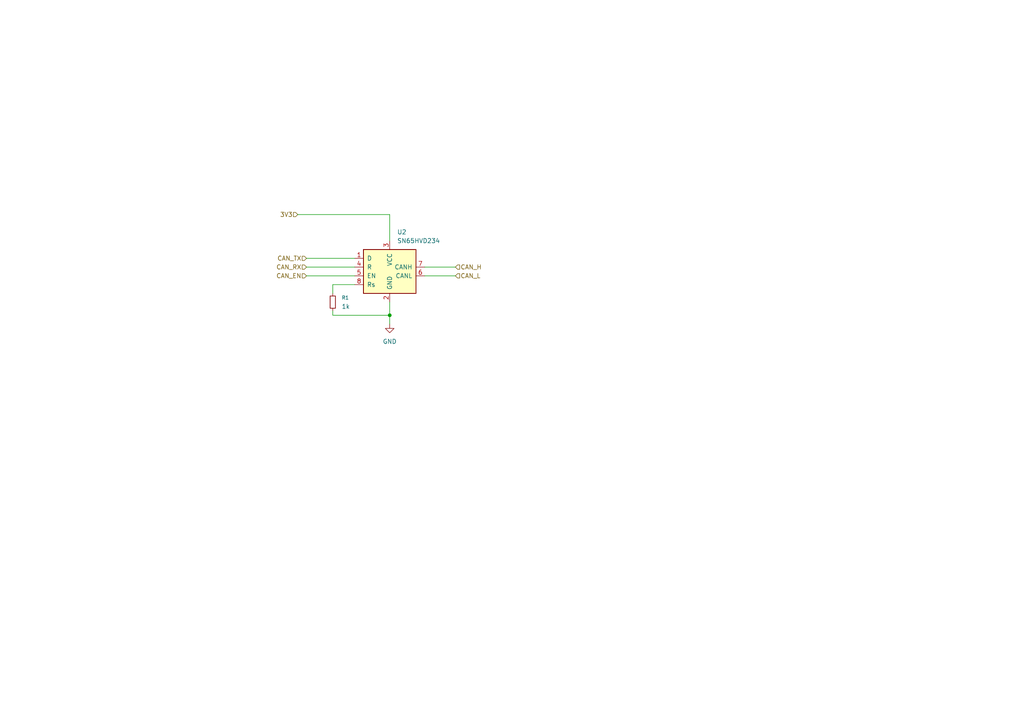
<source format=kicad_sch>
(kicad_sch (version 20250114) (generator "eeschema") (generator_version "9.0")
  (paper "A4")
  (lib_symbols
    (symbol "Device:R_Small" (pin_numbers (hide yes)) (pin_names (offset 0.254) (hide yes))
      (property "Reference" "R" (at 0 0 90))
      (property "Value" "R_Small" (at 1.778 0 90))
      (symbol "R_Small_0_1"
        (rectangle (start -0.762 1.778) (end 0.762 -1.778) (stroke (width 0.2032)))
      )
      (symbol "R_Small_1_1"
        (pin passive line (at 0 2.54 270) (length 0.762) (name "~") (number "1"))
        (pin passive line (at 0 -2.54 90) (length 0.762) (name "~") (number "2"))
      )
    )
    (symbol "Interface_CAN_LIN:SN65HVD234" (pin_names (offset 1.016))
      (property "Reference" "U" (at -2.54 10.16 0))
      (property "Value" "SN65HVD234" (at -2.54 7.62 0))
      (symbol "SN65HVD234_0_1"
        (rectangle (start -7.62 5.08) (end 7.62 -7.62) (stroke (width 0.254)) (fill (type background)))
      )
      (symbol "SN65HVD234_1_1"
        (pin input line (at -10.16 2.54 0) (length 2.54) (name "D") (number "1"))
        (pin output line (at -10.16 0 0) (length 2.54) (name "R") (number "4"))
        (pin input line (at -10.16 -2.54 0) (length 2.54) (name "EN") (number "5"))
        (pin input line (at -10.16 -5.08 0) (length 2.54) (name "Rs") (number "8"))
        (pin power_in line (at 0 7.62 270) (length 2.54) (name "VCC") (number "3"))
        (pin power_in line (at 0 -10.16 90) (length 2.54) (name "GND") (number "2"))
        (pin bidirectional line (at 10.16 0 180) (length 2.54) (name "CANH") (number "7"))
        (pin bidirectional line (at 10.16 -2.54 180) (length 2.54) (name "CANL") (number "6"))
      )
    )
    (symbol "power:GND" (power) (pin_numbers (hide yes)) (pin_names (offset 0) (hide yes))
      (property "Value" "GND" (at 0 -3.81 0))
      (symbol "GND_0_1"
        (polyline (pts (xy 0 0) (xy 0 -1.27) (xy 1.27 -1.27) (xy 0 -2.54) (xy -1.27 -1.27) (xy 0 -1.27)))
      )
      (symbol "GND_1_1"
        (pin power_in line (at 0 0 270) (length 0) (name "~") (number "1"))
      )
    )
  )
  (junction (at 113.03 91.44))
  (wire (pts (xy 96.52 91.44) (xy 113.03 91.44)))
  (wire (pts (xy 123.19 80.01) (xy 132.08 80.01)))
  (wire (pts (xy 86.36 62.23) (xy 113.03 62.23)))
  (wire (pts (xy 123.19 77.47) (xy 132.08 77.47)))
  (wire (pts (xy 113.03 91.44) (xy 113.03 93.98)))
  (wire (pts (xy 88.9 80.01) (xy 102.87 80.01)))
  (wire (pts (xy 96.52 90.17) (xy 96.52 91.44)))
  (wire (pts (xy 113.03 62.23) (xy 113.03 69.85)))
  (wire (pts (xy 96.52 82.55) (xy 96.52 85.09)))
  (wire (pts (xy 113.03 87.63) (xy 113.03 91.44)))
  (wire (pts (xy 102.87 82.55) (xy 96.52 82.55)))
  (wire (pts (xy 88.9 77.47) (xy 102.87 77.47)))
  (wire (pts (xy 88.9 74.93) (xy 102.87 74.93)))
  (hierarchical_label "CAN_EN" (shape input) (at 88.9 80.01 180))
  (hierarchical_label "CAN_TX" (shape input) (at 88.9 74.93 180))
  (hierarchical_label "3V3" (shape input) (at 86.36 62.23 180))
  (hierarchical_label "CAN_L" (shape input) (at 132.08 80.01 0))
  (hierarchical_label "CAN_RX" (shape input) (at 88.9 77.47 180))
  (hierarchical_label "CAN_H" (shape input) (at 132.08 77.47 0))
  (symbol (lib_id "Interface_CAN_LIN:SN65HVD234") (at 113.03 77.47 0) (unit 1)
    (property "Reference" "U2" (at 115.1733 67.31 0) (effects (justify left)))
    (property "Value" "SN65HVD234" (at 115.1733 69.85 0) (effects (justify left)))
    (property "Footprint" "Package_SO:SOIC-8_3.9x4.9mm_P1.27mm" (effects (hide yes)))
    (property "Datasheet" "http://www.ti.com/lit/ds/symlink/sn65hvd234.pdf" (effects (hide yes)))
    (property "Description" "CAN Bus Transceiver, 3.3V, 1Mbps, Enable feature, SOIC-8" (effects (hide yes)))
  )
  (symbol (lib_id "power:GND") (at 113.03 93.98 0) (unit 1)
    (property "Reference" "#PWR01" (effects (hide yes)))
    (property "Value" "GND" (at 113.03 99.06 0))
    (property "Description" "Power symbol creates a global label with name \"GND\" , ground" (effects (hide yes)))
  )
  (symbol (lib_id "Device:R_Small") (at 96.52 87.63 0) (unit 1)
    (property "Reference" "R1" (at 99.06 86.3599 0) (effects (font (size 1.016 1.016)) (justify left)))
    (property "Value" "1k" (at 99.06 88.8999 0) (effects (justify left)))
    (property "Footprint" "Resistor_SMD:R_0603_1608Metric_Pad0.98x0.95mm_HandSolder" (effects (hide yes)))
    (property "Description" "Resistor, small symbol" (effects (hide yes)))
  )
)
</source>
